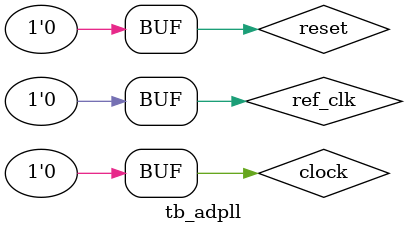
<source format=v>



`timescale 1ns / 1ps

module tb_adpll;

// Constants
localparam real CLOCK_PERIOD = 6.4; // Clock period (156.25 MHz)
localparam real SIM_TIME = 5000; // Simulation time in ms
localparam real TARGET_FREQ = 10.0;
localparam real TARGET_PERIOD = 1.0 / TARGET_FREQ;
localparam real REF_PERIOD = TARGET_PERIOD * 1.000000;

// Signals
reg reset   = 1'b1;
reg clock   = 1'b0;
reg ref_clk = 1'b0;
wire clk_out;

// Clock Process
//initial begin 
//forever 
//    #CLOCK_PERIOD/2 clock = ~clock;
//end

always begin
  clock = 1'b1 ; 
  #3.2 clock = 1'b0; 
  #3.2 ; 
end 



// Ref_clk Process
always  begin
    ref_clk = 1'b1; // add delay for phase mismatch on start.
    #5.0E11 ref_clk = 1'b0 ;
    #5.0E11 ;
end

// Stimulus Process
initial begin
    #50 reset = 1'b0;       // Transition reset from high to low
                            // Convert SIM_TIME to ns
end

// Instantiate the DUT
// all_digital_pll DUT (
//     .reset(reset),
//     .clock(clock),
//     .ref_clk(ref_clk),
//     .clk_out(clk_out)
// );


// ppspll #(
//         // {{{
//         .STEP_BITS              (24) ,
//         .PHASE_BITS             (32+24) ,
//         .OPT_TRACK_FREQUENCY    (1'b1) ,
//         .OPT_ASYNCHRONOUS_PPS   (1'b1) ,
//         // }}}
//     ) DUT (
//         // {{{
//         .i_clk          (clock  ), //input    wire               
//         .i_ld           (load   ), //input    wire               
//         .i_step         (24'h31415928   ), //input    wire    [(SB-1):0] 
//         .i_ce           (1'b1     ), //input    wire               
//         .i_pps          (ref_clk), //input    wire               
//         .i_pcoef        (p_coef ), //input    wire    [PB-1:0]   
//         .i_fcoef        (f_coef ), //input    wire    [SB-1:0]   
//         .o_pps          (clk_out), //output   reg                
//         .o_phase        (phase_out )  //output   wire    [PB-1:0]   
//         // }}}
//     );

gpsclock dut (
    .i_clk      (clock) ,         
    .i_rst      (reset ) ,         
    .i_pps      (ref_clk) ,         
    .o_pps      () ,         
    .o_led      () ,          
    .o_tracking () ,            
    .o_count    () ,           
    .o_step     () ,            
    .o_err      () ,         
    .o_locked   () ,          
    .o_dbg      ()
);

endmodule

</source>
